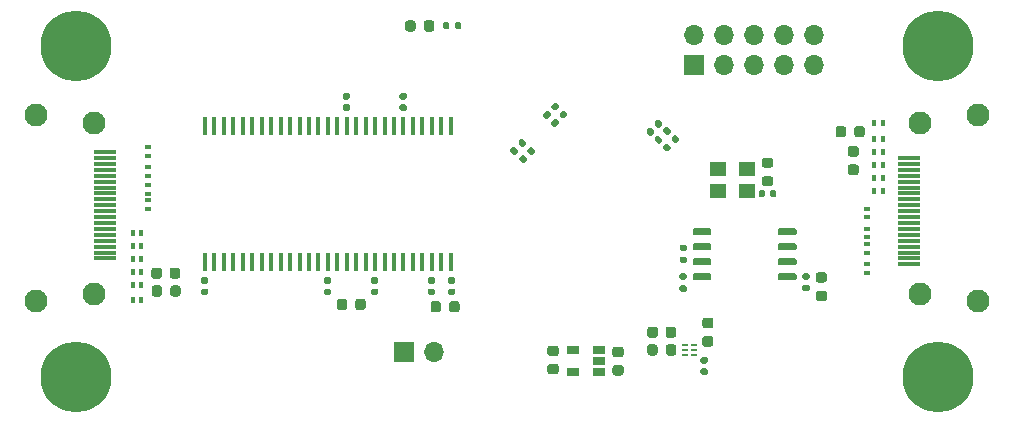
<source format=gbr>
%TF.GenerationSoftware,KiCad,Pcbnew,(5.1.10)-1*%
%TF.CreationDate,2021-07-15T21:59:59+02:00*%
%TF.ProjectId,PCB,5043422e-6b69-4636-9164-5f7063625858,rev?*%
%TF.SameCoordinates,Original*%
%TF.FileFunction,Soldermask,Bot*%
%TF.FilePolarity,Negative*%
%FSLAX46Y46*%
G04 Gerber Fmt 4.6, Leading zero omitted, Abs format (unit mm)*
G04 Created by KiCad (PCBNEW (5.1.10)-1) date 2021-07-15 21:59:59*
%MOMM*%
%LPD*%
G01*
G04 APERTURE LIST*
%ADD10C,6.000000*%
%ADD11R,0.458000X1.510000*%
%ADD12O,1.700000X1.700000*%
%ADD13R,1.700000X1.700000*%
%ADD14R,1.400000X1.200000*%
%ADD15R,0.300000X0.550000*%
%ADD16R,0.550000X0.300000*%
%ADD17R,1.900000X0.300000*%
%ADD18C,1.950000*%
%ADD19R,0.530000X0.280000*%
%ADD20R,1.060000X0.650000*%
G04 APERTURE END LIST*
D10*
%TO.C,REF\u002A\u002A*%
X108000000Y-118950000D03*
%TD*%
%TO.C,REF\u002A\u002A*%
X181000000Y-118950000D03*
%TD*%
%TO.C,REF\u002A\u002A*%
X181000000Y-90950000D03*
%TD*%
%TO.C,REF\u002A\u002A*%
X108000000Y-90950000D03*
%TD*%
D11*
%TO.C,U1*%
X139730000Y-97750000D03*
X138930000Y-97750000D03*
X138130000Y-97750000D03*
X137330000Y-97750000D03*
X136530000Y-97750000D03*
X135730000Y-97750000D03*
X134930000Y-97750000D03*
X134130000Y-97750000D03*
X133330000Y-97750000D03*
X132530000Y-97750000D03*
X131730000Y-97750000D03*
X130930000Y-97750000D03*
X130130000Y-97750000D03*
X129330000Y-97750000D03*
X128530000Y-97750000D03*
X127730000Y-97750000D03*
X126930000Y-97750000D03*
X126130000Y-97750000D03*
X125330000Y-97750000D03*
X124530000Y-97750000D03*
X123730000Y-97750000D03*
X122930000Y-97750000D03*
X122130000Y-97750000D03*
X121330000Y-97750000D03*
X120530000Y-97750000D03*
X119730000Y-97750000D03*
X118930000Y-97750000D03*
X118930000Y-109250000D03*
X119730000Y-109250000D03*
X120530000Y-109250000D03*
X121330000Y-109250000D03*
X122130000Y-109250000D03*
X122930000Y-109250000D03*
X123730000Y-109250000D03*
X124530000Y-109250000D03*
X125330000Y-109250000D03*
X126130000Y-109250000D03*
X126930000Y-109250000D03*
X127730000Y-109250000D03*
X128530000Y-109250000D03*
X129330000Y-109250000D03*
X130130000Y-109250000D03*
X130930000Y-109250000D03*
X131730000Y-109250000D03*
X132530000Y-109250000D03*
X133330000Y-109250000D03*
X134130000Y-109250000D03*
X134930000Y-109250000D03*
X135730000Y-109250000D03*
X136530000Y-109250000D03*
X137330000Y-109250000D03*
X138130000Y-109250000D03*
X138930000Y-109250000D03*
X139730000Y-109250000D03*
%TD*%
D12*
%TO.C,J1*%
X170460000Y-90010000D03*
X170460000Y-92550000D03*
X167920000Y-90010000D03*
X167920000Y-92550000D03*
X165380000Y-90010000D03*
X165380000Y-92550000D03*
X162840000Y-90010000D03*
X162840000Y-92550000D03*
X160300000Y-90010000D03*
D13*
X160300000Y-92550000D03*
%TD*%
%TO.C,U5*%
G36*
G01*
X160210000Y-110665000D02*
X160210000Y-110365000D01*
G75*
G02*
X160360000Y-110215000I150000J0D01*
G01*
X161660000Y-110215000D01*
G75*
G02*
X161810000Y-110365000I0J-150000D01*
G01*
X161810000Y-110665000D01*
G75*
G02*
X161660000Y-110815000I-150000J0D01*
G01*
X160360000Y-110815000D01*
G75*
G02*
X160210000Y-110665000I0J150000D01*
G01*
G37*
G36*
G01*
X160210000Y-109395000D02*
X160210000Y-109095000D01*
G75*
G02*
X160360000Y-108945000I150000J0D01*
G01*
X161660000Y-108945000D01*
G75*
G02*
X161810000Y-109095000I0J-150000D01*
G01*
X161810000Y-109395000D01*
G75*
G02*
X161660000Y-109545000I-150000J0D01*
G01*
X160360000Y-109545000D01*
G75*
G02*
X160210000Y-109395000I0J150000D01*
G01*
G37*
G36*
G01*
X160210000Y-108125000D02*
X160210000Y-107825000D01*
G75*
G02*
X160360000Y-107675000I150000J0D01*
G01*
X161660000Y-107675000D01*
G75*
G02*
X161810000Y-107825000I0J-150000D01*
G01*
X161810000Y-108125000D01*
G75*
G02*
X161660000Y-108275000I-150000J0D01*
G01*
X160360000Y-108275000D01*
G75*
G02*
X160210000Y-108125000I0J150000D01*
G01*
G37*
G36*
G01*
X160210000Y-106855000D02*
X160210000Y-106555000D01*
G75*
G02*
X160360000Y-106405000I150000J0D01*
G01*
X161660000Y-106405000D01*
G75*
G02*
X161810000Y-106555000I0J-150000D01*
G01*
X161810000Y-106855000D01*
G75*
G02*
X161660000Y-107005000I-150000J0D01*
G01*
X160360000Y-107005000D01*
G75*
G02*
X160210000Y-106855000I0J150000D01*
G01*
G37*
G36*
G01*
X167410000Y-106855000D02*
X167410000Y-106555000D01*
G75*
G02*
X167560000Y-106405000I150000J0D01*
G01*
X168860000Y-106405000D01*
G75*
G02*
X169010000Y-106555000I0J-150000D01*
G01*
X169010000Y-106855000D01*
G75*
G02*
X168860000Y-107005000I-150000J0D01*
G01*
X167560000Y-107005000D01*
G75*
G02*
X167410000Y-106855000I0J150000D01*
G01*
G37*
G36*
G01*
X167410000Y-108125000D02*
X167410000Y-107825000D01*
G75*
G02*
X167560000Y-107675000I150000J0D01*
G01*
X168860000Y-107675000D01*
G75*
G02*
X169010000Y-107825000I0J-150000D01*
G01*
X169010000Y-108125000D01*
G75*
G02*
X168860000Y-108275000I-150000J0D01*
G01*
X167560000Y-108275000D01*
G75*
G02*
X167410000Y-108125000I0J150000D01*
G01*
G37*
G36*
G01*
X167410000Y-109395000D02*
X167410000Y-109095000D01*
G75*
G02*
X167560000Y-108945000I150000J0D01*
G01*
X168860000Y-108945000D01*
G75*
G02*
X169010000Y-109095000I0J-150000D01*
G01*
X169010000Y-109395000D01*
G75*
G02*
X168860000Y-109545000I-150000J0D01*
G01*
X167560000Y-109545000D01*
G75*
G02*
X167410000Y-109395000I0J150000D01*
G01*
G37*
G36*
G01*
X167410000Y-110665000D02*
X167410000Y-110365000D01*
G75*
G02*
X167560000Y-110215000I150000J0D01*
G01*
X168860000Y-110215000D01*
G75*
G02*
X169010000Y-110365000I0J-150000D01*
G01*
X169010000Y-110665000D01*
G75*
G02*
X168860000Y-110815000I-150000J0D01*
G01*
X167560000Y-110815000D01*
G75*
G02*
X167410000Y-110665000I0J150000D01*
G01*
G37*
%TD*%
%TO.C,R19*%
G36*
G01*
X139610000Y-89055000D02*
X139610000Y-89425000D01*
G75*
G02*
X139475000Y-89560000I-135000J0D01*
G01*
X139205000Y-89560000D01*
G75*
G02*
X139070000Y-89425000I0J135000D01*
G01*
X139070000Y-89055000D01*
G75*
G02*
X139205000Y-88920000I135000J0D01*
G01*
X139475000Y-88920000D01*
G75*
G02*
X139610000Y-89055000I0J-135000D01*
G01*
G37*
G36*
G01*
X140630000Y-89055000D02*
X140630000Y-89425000D01*
G75*
G02*
X140495000Y-89560000I-135000J0D01*
G01*
X140225000Y-89560000D01*
G75*
G02*
X140090000Y-89425000I0J135000D01*
G01*
X140090000Y-89055000D01*
G75*
G02*
X140225000Y-88920000I135000J0D01*
G01*
X140495000Y-88920000D01*
G75*
G02*
X140630000Y-89055000I0J-135000D01*
G01*
G37*
%TD*%
%TO.C,D30*%
G36*
G01*
X137460000Y-89526250D02*
X137460000Y-89013750D01*
G75*
G02*
X137678750Y-88795000I218750J0D01*
G01*
X138116250Y-88795000D01*
G75*
G02*
X138335000Y-89013750I0J-218750D01*
G01*
X138335000Y-89526250D01*
G75*
G02*
X138116250Y-89745000I-218750J0D01*
G01*
X137678750Y-89745000D01*
G75*
G02*
X137460000Y-89526250I0J218750D01*
G01*
G37*
G36*
G01*
X135885000Y-89526250D02*
X135885000Y-89013750D01*
G75*
G02*
X136103750Y-88795000I218750J0D01*
G01*
X136541250Y-88795000D01*
G75*
G02*
X136760000Y-89013750I0J-218750D01*
G01*
X136760000Y-89526250D01*
G75*
G02*
X136541250Y-89745000I-218750J0D01*
G01*
X136103750Y-89745000D01*
G75*
G02*
X135885000Y-89526250I0J218750D01*
G01*
G37*
%TD*%
%TO.C,R18*%
G36*
G01*
X159585000Y-110760000D02*
X159215000Y-110760000D01*
G75*
G02*
X159080000Y-110625000I0J135000D01*
G01*
X159080000Y-110355000D01*
G75*
G02*
X159215000Y-110220000I135000J0D01*
G01*
X159585000Y-110220000D01*
G75*
G02*
X159720000Y-110355000I0J-135000D01*
G01*
X159720000Y-110625000D01*
G75*
G02*
X159585000Y-110760000I-135000J0D01*
G01*
G37*
G36*
G01*
X159585000Y-111780000D02*
X159215000Y-111780000D01*
G75*
G02*
X159080000Y-111645000I0J135000D01*
G01*
X159080000Y-111375000D01*
G75*
G02*
X159215000Y-111240000I135000J0D01*
G01*
X159585000Y-111240000D01*
G75*
G02*
X159720000Y-111375000I0J-135000D01*
G01*
X159720000Y-111645000D01*
G75*
G02*
X159585000Y-111780000I-135000J0D01*
G01*
G37*
%TD*%
%TO.C,R4*%
G36*
G01*
X159615000Y-108320000D02*
X159245000Y-108320000D01*
G75*
G02*
X159110000Y-108185000I0J135000D01*
G01*
X159110000Y-107915000D01*
G75*
G02*
X159245000Y-107780000I135000J0D01*
G01*
X159615000Y-107780000D01*
G75*
G02*
X159750000Y-107915000I0J-135000D01*
G01*
X159750000Y-108185000D01*
G75*
G02*
X159615000Y-108320000I-135000J0D01*
G01*
G37*
G36*
G01*
X159615000Y-109340000D02*
X159245000Y-109340000D01*
G75*
G02*
X159110000Y-109205000I0J135000D01*
G01*
X159110000Y-108935000D01*
G75*
G02*
X159245000Y-108800000I135000J0D01*
G01*
X159615000Y-108800000D01*
G75*
G02*
X159750000Y-108935000I0J-135000D01*
G01*
X159750000Y-109205000D01*
G75*
G02*
X159615000Y-109340000I-135000J0D01*
G01*
G37*
%TD*%
%TO.C,FB12*%
G36*
G01*
X171366250Y-110990000D02*
X170853750Y-110990000D01*
G75*
G02*
X170635000Y-110771250I0J218750D01*
G01*
X170635000Y-110333750D01*
G75*
G02*
X170853750Y-110115000I218750J0D01*
G01*
X171366250Y-110115000D01*
G75*
G02*
X171585000Y-110333750I0J-218750D01*
G01*
X171585000Y-110771250D01*
G75*
G02*
X171366250Y-110990000I-218750J0D01*
G01*
G37*
G36*
G01*
X171366250Y-112565000D02*
X170853750Y-112565000D01*
G75*
G02*
X170635000Y-112346250I0J218750D01*
G01*
X170635000Y-111908750D01*
G75*
G02*
X170853750Y-111690000I218750J0D01*
G01*
X171366250Y-111690000D01*
G75*
G02*
X171585000Y-111908750I0J-218750D01*
G01*
X171585000Y-112346250D01*
G75*
G02*
X171366250Y-112565000I-218750J0D01*
G01*
G37*
%TD*%
%TO.C,C2*%
G36*
G01*
X169640000Y-111170000D02*
X169980000Y-111170000D01*
G75*
G02*
X170120000Y-111310000I0J-140000D01*
G01*
X170120000Y-111590000D01*
G75*
G02*
X169980000Y-111730000I-140000J0D01*
G01*
X169640000Y-111730000D01*
G75*
G02*
X169500000Y-111590000I0J140000D01*
G01*
X169500000Y-111310000D01*
G75*
G02*
X169640000Y-111170000I140000J0D01*
G01*
G37*
G36*
G01*
X169640000Y-110210000D02*
X169980000Y-110210000D01*
G75*
G02*
X170120000Y-110350000I0J-140000D01*
G01*
X170120000Y-110630000D01*
G75*
G02*
X169980000Y-110770000I-140000J0D01*
G01*
X169640000Y-110770000D01*
G75*
G02*
X169500000Y-110630000I0J140000D01*
G01*
X169500000Y-110350000D01*
G75*
G02*
X169640000Y-110210000I140000J0D01*
G01*
G37*
%TD*%
D14*
%TO.C,X1*%
X164798269Y-101349275D03*
X162398269Y-101349275D03*
X162398269Y-103249275D03*
X164798269Y-103249275D03*
%TD*%
%TO.C,FB11*%
G36*
G01*
X173900000Y-98476250D02*
X173900000Y-97963750D01*
G75*
G02*
X174118750Y-97745000I218750J0D01*
G01*
X174556250Y-97745000D01*
G75*
G02*
X174775000Y-97963750I0J-218750D01*
G01*
X174775000Y-98476250D01*
G75*
G02*
X174556250Y-98695000I-218750J0D01*
G01*
X174118750Y-98695000D01*
G75*
G02*
X173900000Y-98476250I0J218750D01*
G01*
G37*
G36*
G01*
X172325000Y-98476250D02*
X172325000Y-97963750D01*
G75*
G02*
X172543750Y-97745000I218750J0D01*
G01*
X172981250Y-97745000D01*
G75*
G02*
X173200000Y-97963750I0J-218750D01*
G01*
X173200000Y-98476250D01*
G75*
G02*
X172981250Y-98695000I-218750J0D01*
G01*
X172543750Y-98695000D01*
G75*
G02*
X172325000Y-98476250I0J218750D01*
G01*
G37*
%TD*%
%TO.C,FB10*%
G36*
G01*
X115290000Y-111453750D02*
X115290000Y-111966250D01*
G75*
G02*
X115071250Y-112185000I-218750J0D01*
G01*
X114633750Y-112185000D01*
G75*
G02*
X114415000Y-111966250I0J218750D01*
G01*
X114415000Y-111453750D01*
G75*
G02*
X114633750Y-111235000I218750J0D01*
G01*
X115071250Y-111235000D01*
G75*
G02*
X115290000Y-111453750I0J-218750D01*
G01*
G37*
G36*
G01*
X116865000Y-111453750D02*
X116865000Y-111966250D01*
G75*
G02*
X116646250Y-112185000I-218750J0D01*
G01*
X116208750Y-112185000D01*
G75*
G02*
X115990000Y-111966250I0J218750D01*
G01*
X115990000Y-111453750D01*
G75*
G02*
X116208750Y-111235000I218750J0D01*
G01*
X116646250Y-111235000D01*
G75*
G02*
X116865000Y-111453750I0J-218750D01*
G01*
G37*
%TD*%
%TO.C,FB9*%
G36*
G01*
X166294899Y-101981766D02*
X166807399Y-101981766D01*
G75*
G02*
X167026149Y-102200516I0J-218750D01*
G01*
X167026149Y-102638016D01*
G75*
G02*
X166807399Y-102856766I-218750J0D01*
G01*
X166294899Y-102856766D01*
G75*
G02*
X166076149Y-102638016I0J218750D01*
G01*
X166076149Y-102200516D01*
G75*
G02*
X166294899Y-101981766I218750J0D01*
G01*
G37*
G36*
G01*
X166294899Y-100406766D02*
X166807399Y-100406766D01*
G75*
G02*
X167026149Y-100625516I0J-218750D01*
G01*
X167026149Y-101063016D01*
G75*
G02*
X166807399Y-101281766I-218750J0D01*
G01*
X166294899Y-101281766D01*
G75*
G02*
X166076149Y-101063016I0J218750D01*
G01*
X166076149Y-100625516D01*
G75*
G02*
X166294899Y-100406766I218750J0D01*
G01*
G37*
%TD*%
%TO.C,FB8*%
G36*
G01*
X157250000Y-116443750D02*
X157250000Y-116956250D01*
G75*
G02*
X157031250Y-117175000I-218750J0D01*
G01*
X156593750Y-117175000D01*
G75*
G02*
X156375000Y-116956250I0J218750D01*
G01*
X156375000Y-116443750D01*
G75*
G02*
X156593750Y-116225000I218750J0D01*
G01*
X157031250Y-116225000D01*
G75*
G02*
X157250000Y-116443750I0J-218750D01*
G01*
G37*
G36*
G01*
X158825000Y-116443750D02*
X158825000Y-116956250D01*
G75*
G02*
X158606250Y-117175000I-218750J0D01*
G01*
X158168750Y-117175000D01*
G75*
G02*
X157950000Y-116956250I0J218750D01*
G01*
X157950000Y-116443750D01*
G75*
G02*
X158168750Y-116225000I218750J0D01*
G01*
X158606250Y-116225000D01*
G75*
G02*
X158825000Y-116443750I0J-218750D01*
G01*
G37*
%TD*%
%TO.C,FB2*%
G36*
G01*
X131650000Y-113106250D02*
X131650000Y-112593750D01*
G75*
G02*
X131868750Y-112375000I218750J0D01*
G01*
X132306250Y-112375000D01*
G75*
G02*
X132525000Y-112593750I0J-218750D01*
G01*
X132525000Y-113106250D01*
G75*
G02*
X132306250Y-113325000I-218750J0D01*
G01*
X131868750Y-113325000D01*
G75*
G02*
X131650000Y-113106250I0J218750D01*
G01*
G37*
G36*
G01*
X130075000Y-113106250D02*
X130075000Y-112593750D01*
G75*
G02*
X130293750Y-112375000I218750J0D01*
G01*
X130731250Y-112375000D01*
G75*
G02*
X130950000Y-112593750I0J-218750D01*
G01*
X130950000Y-113106250D01*
G75*
G02*
X130731250Y-113325000I-218750J0D01*
G01*
X130293750Y-113325000D01*
G75*
G02*
X130075000Y-113106250I0J218750D01*
G01*
G37*
%TD*%
%TO.C,FB1*%
G36*
G01*
X139600000Y-113306250D02*
X139600000Y-112793750D01*
G75*
G02*
X139818750Y-112575000I218750J0D01*
G01*
X140256250Y-112575000D01*
G75*
G02*
X140475000Y-112793750I0J-218750D01*
G01*
X140475000Y-113306250D01*
G75*
G02*
X140256250Y-113525000I-218750J0D01*
G01*
X139818750Y-113525000D01*
G75*
G02*
X139600000Y-113306250I0J218750D01*
G01*
G37*
G36*
G01*
X138025000Y-113306250D02*
X138025000Y-112793750D01*
G75*
G02*
X138243750Y-112575000I218750J0D01*
G01*
X138681250Y-112575000D01*
G75*
G02*
X138900000Y-112793750I0J-218750D01*
G01*
X138900000Y-113306250D01*
G75*
G02*
X138681250Y-113525000I-218750J0D01*
G01*
X138243750Y-113525000D01*
G75*
G02*
X138025000Y-113306250I0J218750D01*
G01*
G37*
%TD*%
%TO.C,C1*%
G36*
G01*
X115275000Y-109950000D02*
X115275000Y-110450000D01*
G75*
G02*
X115050000Y-110675000I-225000J0D01*
G01*
X114600000Y-110675000D01*
G75*
G02*
X114375000Y-110450000I0J225000D01*
G01*
X114375000Y-109950000D01*
G75*
G02*
X114600000Y-109725000I225000J0D01*
G01*
X115050000Y-109725000D01*
G75*
G02*
X115275000Y-109950000I0J-225000D01*
G01*
G37*
G36*
G01*
X116825000Y-109950000D02*
X116825000Y-110450000D01*
G75*
G02*
X116600000Y-110675000I-225000J0D01*
G01*
X116150000Y-110675000D01*
G75*
G02*
X115925000Y-110450000I0J225000D01*
G01*
X115925000Y-109950000D01*
G75*
G02*
X116150000Y-109725000I225000J0D01*
G01*
X116600000Y-109725000D01*
G75*
G02*
X116825000Y-109950000I0J-225000D01*
G01*
G37*
%TD*%
%TO.C,C35*%
G36*
G01*
X166751148Y-103640245D02*
X166751148Y-103300245D01*
G75*
G02*
X166891148Y-103160245I140000J0D01*
G01*
X167171148Y-103160245D01*
G75*
G02*
X167311148Y-103300245I0J-140000D01*
G01*
X167311148Y-103640245D01*
G75*
G02*
X167171148Y-103780245I-140000J0D01*
G01*
X166891148Y-103780245D01*
G75*
G02*
X166751148Y-103640245I0J140000D01*
G01*
G37*
G36*
G01*
X165791148Y-103640245D02*
X165791148Y-103300245D01*
G75*
G02*
X165931148Y-103160245I140000J0D01*
G01*
X166211148Y-103160245D01*
G75*
G02*
X166351148Y-103300245I0J-140000D01*
G01*
X166351148Y-103640245D01*
G75*
G02*
X166211148Y-103780245I-140000J0D01*
G01*
X165931148Y-103780245D01*
G75*
G02*
X165791148Y-103640245I0J140000D01*
G01*
G37*
%TD*%
%TO.C,C29*%
G36*
G01*
X173560000Y-100995000D02*
X174060000Y-100995000D01*
G75*
G02*
X174285000Y-101220000I0J-225000D01*
G01*
X174285000Y-101670000D01*
G75*
G02*
X174060000Y-101895000I-225000J0D01*
G01*
X173560000Y-101895000D01*
G75*
G02*
X173335000Y-101670000I0J225000D01*
G01*
X173335000Y-101220000D01*
G75*
G02*
X173560000Y-100995000I225000J0D01*
G01*
G37*
G36*
G01*
X173560000Y-99445000D02*
X174060000Y-99445000D01*
G75*
G02*
X174285000Y-99670000I0J-225000D01*
G01*
X174285000Y-100120000D01*
G75*
G02*
X174060000Y-100345000I-225000J0D01*
G01*
X173560000Y-100345000D01*
G75*
G02*
X173335000Y-100120000I0J225000D01*
G01*
X173335000Y-99670000D01*
G75*
G02*
X173560000Y-99445000I225000J0D01*
G01*
G37*
%TD*%
%TO.C,C28*%
G36*
G01*
X161750000Y-114875000D02*
X161250000Y-114875000D01*
G75*
G02*
X161025000Y-114650000I0J225000D01*
G01*
X161025000Y-114200000D01*
G75*
G02*
X161250000Y-113975000I225000J0D01*
G01*
X161750000Y-113975000D01*
G75*
G02*
X161975000Y-114200000I0J-225000D01*
G01*
X161975000Y-114650000D01*
G75*
G02*
X161750000Y-114875000I-225000J0D01*
G01*
G37*
G36*
G01*
X161750000Y-116425000D02*
X161250000Y-116425000D01*
G75*
G02*
X161025000Y-116200000I0J225000D01*
G01*
X161025000Y-115750000D01*
G75*
G02*
X161250000Y-115525000I225000J0D01*
G01*
X161750000Y-115525000D01*
G75*
G02*
X161975000Y-115750000I0J-225000D01*
G01*
X161975000Y-116200000D01*
G75*
G02*
X161750000Y-116425000I-225000J0D01*
G01*
G37*
%TD*%
%TO.C,C26*%
G36*
G01*
X157275000Y-114950000D02*
X157275000Y-115450000D01*
G75*
G02*
X157050000Y-115675000I-225000J0D01*
G01*
X156600000Y-115675000D01*
G75*
G02*
X156375000Y-115450000I0J225000D01*
G01*
X156375000Y-114950000D01*
G75*
G02*
X156600000Y-114725000I225000J0D01*
G01*
X157050000Y-114725000D01*
G75*
G02*
X157275000Y-114950000I0J-225000D01*
G01*
G37*
G36*
G01*
X158825000Y-114950000D02*
X158825000Y-115450000D01*
G75*
G02*
X158600000Y-115675000I-225000J0D01*
G01*
X158150000Y-115675000D01*
G75*
G02*
X157925000Y-115450000I0J225000D01*
G01*
X157925000Y-114950000D01*
G75*
G02*
X158150000Y-114725000I225000J0D01*
G01*
X158600000Y-114725000D01*
G75*
G02*
X158825000Y-114950000I0J-225000D01*
G01*
G37*
%TD*%
%TO.C,C25*%
G36*
G01*
X148150000Y-117875000D02*
X148650000Y-117875000D01*
G75*
G02*
X148875000Y-118100000I0J-225000D01*
G01*
X148875000Y-118550000D01*
G75*
G02*
X148650000Y-118775000I-225000J0D01*
G01*
X148150000Y-118775000D01*
G75*
G02*
X147925000Y-118550000I0J225000D01*
G01*
X147925000Y-118100000D01*
G75*
G02*
X148150000Y-117875000I225000J0D01*
G01*
G37*
G36*
G01*
X148150000Y-116325000D02*
X148650000Y-116325000D01*
G75*
G02*
X148875000Y-116550000I0J-225000D01*
G01*
X148875000Y-117000000D01*
G75*
G02*
X148650000Y-117225000I-225000J0D01*
G01*
X148150000Y-117225000D01*
G75*
G02*
X147925000Y-117000000I0J225000D01*
G01*
X147925000Y-116550000D01*
G75*
G02*
X148150000Y-116325000I225000J0D01*
G01*
G37*
%TD*%
%TO.C,C24*%
G36*
G01*
X153650000Y-117975000D02*
X154150000Y-117975000D01*
G75*
G02*
X154375000Y-118200000I0J-225000D01*
G01*
X154375000Y-118650000D01*
G75*
G02*
X154150000Y-118875000I-225000J0D01*
G01*
X153650000Y-118875000D01*
G75*
G02*
X153425000Y-118650000I0J225000D01*
G01*
X153425000Y-118200000D01*
G75*
G02*
X153650000Y-117975000I225000J0D01*
G01*
G37*
G36*
G01*
X153650000Y-116425000D02*
X154150000Y-116425000D01*
G75*
G02*
X154375000Y-116650000I0J-225000D01*
G01*
X154375000Y-117100000D01*
G75*
G02*
X154150000Y-117325000I-225000J0D01*
G01*
X153650000Y-117325000D01*
G75*
G02*
X153425000Y-117100000I0J225000D01*
G01*
X153425000Y-116650000D01*
G75*
G02*
X153650000Y-116425000I225000J0D01*
G01*
G37*
%TD*%
%TO.C,R2*%
G36*
G01*
X158688520Y-99169909D02*
X158426891Y-98908280D01*
G75*
G02*
X158426891Y-98717362I95459J95459D01*
G01*
X158617810Y-98526443D01*
G75*
G02*
X158808728Y-98526443I95459J-95459D01*
G01*
X159070357Y-98788072D01*
G75*
G02*
X159070357Y-98978990I-95459J-95459D01*
G01*
X158879438Y-99169909D01*
G75*
G02*
X158688520Y-99169909I-95459J95459D01*
G01*
G37*
G36*
G01*
X157967272Y-99891157D02*
X157705643Y-99629528D01*
G75*
G02*
X157705643Y-99438610I95459J95459D01*
G01*
X157896562Y-99247691D01*
G75*
G02*
X158087480Y-99247691I95459J-95459D01*
G01*
X158349109Y-99509320D01*
G75*
G02*
X158349109Y-99700238I-95459J-95459D01*
G01*
X158158190Y-99891157D01*
G75*
G02*
X157967272Y-99891157I-95459J95459D01*
G01*
G37*
%TD*%
%TO.C,R1*%
G36*
G01*
X157376280Y-98587291D02*
X157637909Y-98848920D01*
G75*
G02*
X157637909Y-99039838I-95459J-95459D01*
G01*
X157446990Y-99230757D01*
G75*
G02*
X157256072Y-99230757I-95459J95459D01*
G01*
X156994443Y-98969128D01*
G75*
G02*
X156994443Y-98778210I95459J95459D01*
G01*
X157185362Y-98587291D01*
G75*
G02*
X157376280Y-98587291I95459J-95459D01*
G01*
G37*
G36*
G01*
X158097528Y-97866043D02*
X158359157Y-98127672D01*
G75*
G02*
X158359157Y-98318590I-95459J-95459D01*
G01*
X158168238Y-98509509D01*
G75*
G02*
X157977320Y-98509509I-95459J95459D01*
G01*
X157715691Y-98247880D01*
G75*
G02*
X157715691Y-98056962I95459J95459D01*
G01*
X157906610Y-97866043D01*
G75*
G02*
X158097528Y-97866043I95459J-95459D01*
G01*
G37*
%TD*%
%TO.C,C34*%
G36*
G01*
X133130000Y-111500000D02*
X133470000Y-111500000D01*
G75*
G02*
X133610000Y-111640000I0J-140000D01*
G01*
X133610000Y-111920000D01*
G75*
G02*
X133470000Y-112060000I-140000J0D01*
G01*
X133130000Y-112060000D01*
G75*
G02*
X132990000Y-111920000I0J140000D01*
G01*
X132990000Y-111640000D01*
G75*
G02*
X133130000Y-111500000I140000J0D01*
G01*
G37*
G36*
G01*
X133130000Y-110540000D02*
X133470000Y-110540000D01*
G75*
G02*
X133610000Y-110680000I0J-140000D01*
G01*
X133610000Y-110960000D01*
G75*
G02*
X133470000Y-111100000I-140000J0D01*
G01*
X133130000Y-111100000D01*
G75*
G02*
X132990000Y-110960000I0J140000D01*
G01*
X132990000Y-110680000D01*
G75*
G02*
X133130000Y-110540000I140000J0D01*
G01*
G37*
%TD*%
%TO.C,C33*%
G36*
G01*
X137930000Y-111500000D02*
X138270000Y-111500000D01*
G75*
G02*
X138410000Y-111640000I0J-140000D01*
G01*
X138410000Y-111920000D01*
G75*
G02*
X138270000Y-112060000I-140000J0D01*
G01*
X137930000Y-112060000D01*
G75*
G02*
X137790000Y-111920000I0J140000D01*
G01*
X137790000Y-111640000D01*
G75*
G02*
X137930000Y-111500000I140000J0D01*
G01*
G37*
G36*
G01*
X137930000Y-110540000D02*
X138270000Y-110540000D01*
G75*
G02*
X138410000Y-110680000I0J-140000D01*
G01*
X138410000Y-110960000D01*
G75*
G02*
X138270000Y-111100000I-140000J0D01*
G01*
X137930000Y-111100000D01*
G75*
G02*
X137790000Y-110960000I0J140000D01*
G01*
X137790000Y-110680000D01*
G75*
G02*
X137930000Y-110540000I140000J0D01*
G01*
G37*
%TD*%
%TO.C,C32*%
G36*
G01*
X131070000Y-95500000D02*
X130730000Y-95500000D01*
G75*
G02*
X130590000Y-95360000I0J140000D01*
G01*
X130590000Y-95080000D01*
G75*
G02*
X130730000Y-94940000I140000J0D01*
G01*
X131070000Y-94940000D01*
G75*
G02*
X131210000Y-95080000I0J-140000D01*
G01*
X131210000Y-95360000D01*
G75*
G02*
X131070000Y-95500000I-140000J0D01*
G01*
G37*
G36*
G01*
X131070000Y-96460000D02*
X130730000Y-96460000D01*
G75*
G02*
X130590000Y-96320000I0J140000D01*
G01*
X130590000Y-96040000D01*
G75*
G02*
X130730000Y-95900000I140000J0D01*
G01*
X131070000Y-95900000D01*
G75*
G02*
X131210000Y-96040000I0J-140000D01*
G01*
X131210000Y-96320000D01*
G75*
G02*
X131070000Y-96460000I-140000J0D01*
G01*
G37*
%TD*%
%TO.C,C31*%
G36*
G01*
X135870000Y-95500000D02*
X135530000Y-95500000D01*
G75*
G02*
X135390000Y-95360000I0J140000D01*
G01*
X135390000Y-95080000D01*
G75*
G02*
X135530000Y-94940000I140000J0D01*
G01*
X135870000Y-94940000D01*
G75*
G02*
X136010000Y-95080000I0J-140000D01*
G01*
X136010000Y-95360000D01*
G75*
G02*
X135870000Y-95500000I-140000J0D01*
G01*
G37*
G36*
G01*
X135870000Y-96460000D02*
X135530000Y-96460000D01*
G75*
G02*
X135390000Y-96320000I0J140000D01*
G01*
X135390000Y-96040000D01*
G75*
G02*
X135530000Y-95900000I140000J0D01*
G01*
X135870000Y-95900000D01*
G75*
G02*
X136010000Y-96040000I0J-140000D01*
G01*
X136010000Y-96320000D01*
G75*
G02*
X135870000Y-96460000I-140000J0D01*
G01*
G37*
%TD*%
%TO.C,C30*%
G36*
G01*
X139630000Y-111500000D02*
X139970000Y-111500000D01*
G75*
G02*
X140110000Y-111640000I0J-140000D01*
G01*
X140110000Y-111920000D01*
G75*
G02*
X139970000Y-112060000I-140000J0D01*
G01*
X139630000Y-112060000D01*
G75*
G02*
X139490000Y-111920000I0J140000D01*
G01*
X139490000Y-111640000D01*
G75*
G02*
X139630000Y-111500000I140000J0D01*
G01*
G37*
G36*
G01*
X139630000Y-110540000D02*
X139970000Y-110540000D01*
G75*
G02*
X140110000Y-110680000I0J-140000D01*
G01*
X140110000Y-110960000D01*
G75*
G02*
X139970000Y-111100000I-140000J0D01*
G01*
X139630000Y-111100000D01*
G75*
G02*
X139490000Y-110960000I0J140000D01*
G01*
X139490000Y-110680000D01*
G75*
G02*
X139630000Y-110540000I140000J0D01*
G01*
G37*
%TD*%
%TO.C,C27*%
G36*
G01*
X161012000Y-118255600D02*
X161352000Y-118255600D01*
G75*
G02*
X161492000Y-118395600I0J-140000D01*
G01*
X161492000Y-118675600D01*
G75*
G02*
X161352000Y-118815600I-140000J0D01*
G01*
X161012000Y-118815600D01*
G75*
G02*
X160872000Y-118675600I0J140000D01*
G01*
X160872000Y-118395600D01*
G75*
G02*
X161012000Y-118255600I140000J0D01*
G01*
G37*
G36*
G01*
X161012000Y-117295600D02*
X161352000Y-117295600D01*
G75*
G02*
X161492000Y-117435600I0J-140000D01*
G01*
X161492000Y-117715600D01*
G75*
G02*
X161352000Y-117855600I-140000J0D01*
G01*
X161012000Y-117855600D01*
G75*
G02*
X160872000Y-117715600I0J140000D01*
G01*
X160872000Y-117435600D01*
G75*
G02*
X161012000Y-117295600I140000J0D01*
G01*
G37*
%TD*%
%TO.C,C21*%
G36*
G01*
X118730000Y-111500000D02*
X119070000Y-111500000D01*
G75*
G02*
X119210000Y-111640000I0J-140000D01*
G01*
X119210000Y-111920000D01*
G75*
G02*
X119070000Y-112060000I-140000J0D01*
G01*
X118730000Y-112060000D01*
G75*
G02*
X118590000Y-111920000I0J140000D01*
G01*
X118590000Y-111640000D01*
G75*
G02*
X118730000Y-111500000I140000J0D01*
G01*
G37*
G36*
G01*
X118730000Y-110540000D02*
X119070000Y-110540000D01*
G75*
G02*
X119210000Y-110680000I0J-140000D01*
G01*
X119210000Y-110960000D01*
G75*
G02*
X119070000Y-111100000I-140000J0D01*
G01*
X118730000Y-111100000D01*
G75*
G02*
X118590000Y-110960000I0J140000D01*
G01*
X118590000Y-110680000D01*
G75*
G02*
X118730000Y-110540000I140000J0D01*
G01*
G37*
%TD*%
%TO.C,C18*%
G36*
G01*
X129130000Y-111500000D02*
X129470000Y-111500000D01*
G75*
G02*
X129610000Y-111640000I0J-140000D01*
G01*
X129610000Y-111920000D01*
G75*
G02*
X129470000Y-112060000I-140000J0D01*
G01*
X129130000Y-112060000D01*
G75*
G02*
X128990000Y-111920000I0J140000D01*
G01*
X128990000Y-111640000D01*
G75*
G02*
X129130000Y-111500000I140000J0D01*
G01*
G37*
G36*
G01*
X129130000Y-110540000D02*
X129470000Y-110540000D01*
G75*
G02*
X129610000Y-110680000I0J-140000D01*
G01*
X129610000Y-110960000D01*
G75*
G02*
X129470000Y-111100000I-140000J0D01*
G01*
X129130000Y-111100000D01*
G75*
G02*
X128990000Y-110960000I0J140000D01*
G01*
X128990000Y-110680000D01*
G75*
G02*
X129130000Y-110540000I140000J0D01*
G01*
G37*
%TD*%
%TO.C,C16*%
G36*
G01*
X148234817Y-97398025D02*
X148475233Y-97157609D01*
G75*
G02*
X148673223Y-97157609I98995J-98995D01*
G01*
X148871213Y-97355599D01*
G75*
G02*
X148871213Y-97553589I-98995J-98995D01*
G01*
X148630797Y-97794005D01*
G75*
G02*
X148432807Y-97794005I-98995J98995D01*
G01*
X148234817Y-97596015D01*
G75*
G02*
X148234817Y-97398025I98995J98995D01*
G01*
G37*
G36*
G01*
X147555995Y-96719203D02*
X147796411Y-96478787D01*
G75*
G02*
X147994401Y-96478787I98995J-98995D01*
G01*
X148192391Y-96676777D01*
G75*
G02*
X148192391Y-96874767I-98995J-98995D01*
G01*
X147951975Y-97115183D01*
G75*
G02*
X147753985Y-97115183I-98995J98995D01*
G01*
X147555995Y-96917193D01*
G75*
G02*
X147555995Y-96719203I98995J98995D01*
G01*
G37*
%TD*%
%TO.C,C11*%
G36*
G01*
X148941924Y-96690918D02*
X149182340Y-96450502D01*
G75*
G02*
X149380330Y-96450502I98995J-98995D01*
G01*
X149578320Y-96648492D01*
G75*
G02*
X149578320Y-96846482I-98995J-98995D01*
G01*
X149337904Y-97086898D01*
G75*
G02*
X149139914Y-97086898I-98995J98995D01*
G01*
X148941924Y-96888908D01*
G75*
G02*
X148941924Y-96690918I98995J98995D01*
G01*
G37*
G36*
G01*
X148263102Y-96012096D02*
X148503518Y-95771680D01*
G75*
G02*
X148701508Y-95771680I98995J-98995D01*
G01*
X148899498Y-95969670D01*
G75*
G02*
X148899498Y-96167660I-98995J-98995D01*
G01*
X148659082Y-96408076D01*
G75*
G02*
X148461092Y-96408076I-98995J98995D01*
G01*
X148263102Y-96210086D01*
G75*
G02*
X148263102Y-96012096I98995J98995D01*
G01*
G37*
%TD*%
%TO.C,C9*%
G36*
G01*
X145188371Y-99521213D02*
X145428787Y-99761629D01*
G75*
G02*
X145428787Y-99959619I-98995J-98995D01*
G01*
X145230797Y-100157609D01*
G75*
G02*
X145032807Y-100157609I-98995J98995D01*
G01*
X144792391Y-99917193D01*
G75*
G02*
X144792391Y-99719203I98995J98995D01*
G01*
X144990381Y-99521213D01*
G75*
G02*
X145188371Y-99521213I98995J-98995D01*
G01*
G37*
G36*
G01*
X145867193Y-98842391D02*
X146107609Y-99082807D01*
G75*
G02*
X146107609Y-99280797I-98995J-98995D01*
G01*
X145909619Y-99478787D01*
G75*
G02*
X145711629Y-99478787I-98995J98995D01*
G01*
X145471213Y-99238371D01*
G75*
G02*
X145471213Y-99040381I98995J98995D01*
G01*
X145669203Y-98842391D01*
G75*
G02*
X145867193Y-98842391I98995J-98995D01*
G01*
G37*
%TD*%
%TO.C,C7*%
G36*
G01*
X157227229Y-97866787D02*
X156986813Y-97626371D01*
G75*
G02*
X156986813Y-97428381I98995J98995D01*
G01*
X157184803Y-97230391D01*
G75*
G02*
X157382793Y-97230391I98995J-98995D01*
G01*
X157623209Y-97470807D01*
G75*
G02*
X157623209Y-97668797I-98995J-98995D01*
G01*
X157425219Y-97866787D01*
G75*
G02*
X157227229Y-97866787I-98995J98995D01*
G01*
G37*
G36*
G01*
X156548407Y-98545609D02*
X156307991Y-98305193D01*
G75*
G02*
X156307991Y-98107203I98995J98995D01*
G01*
X156505981Y-97909213D01*
G75*
G02*
X156703971Y-97909213I98995J-98995D01*
G01*
X156944387Y-98149629D01*
G75*
G02*
X156944387Y-98347619I-98995J-98995D01*
G01*
X156746397Y-98545609D01*
G75*
G02*
X156548407Y-98545609I-98995J98995D01*
G01*
G37*
%TD*%
%TO.C,C5*%
G36*
G01*
X145938371Y-100221213D02*
X146178787Y-100461629D01*
G75*
G02*
X146178787Y-100659619I-98995J-98995D01*
G01*
X145980797Y-100857609D01*
G75*
G02*
X145782807Y-100857609I-98995J98995D01*
G01*
X145542391Y-100617193D01*
G75*
G02*
X145542391Y-100419203I98995J98995D01*
G01*
X145740381Y-100221213D01*
G75*
G02*
X145938371Y-100221213I98995J-98995D01*
G01*
G37*
G36*
G01*
X146617193Y-99542391D02*
X146857609Y-99782807D01*
G75*
G02*
X146857609Y-99980797I-98995J-98995D01*
G01*
X146659619Y-100178787D01*
G75*
G02*
X146461629Y-100178787I-98995J98995D01*
G01*
X146221213Y-99938371D01*
G75*
G02*
X146221213Y-99740381I98995J98995D01*
G01*
X146419203Y-99542391D01*
G75*
G02*
X146617193Y-99542391I98995J-98995D01*
G01*
G37*
%TD*%
D15*
%TO.C,D28*%
X175600000Y-98820000D03*
X176300000Y-98820000D03*
%TD*%
%TO.C,D29*%
X113490000Y-111210000D03*
X112790000Y-111210000D03*
%TD*%
%TO.C,D27*%
X175600000Y-97500000D03*
X176300000Y-97500000D03*
%TD*%
%TO.C,D26*%
X175600000Y-101020000D03*
X176300000Y-101020000D03*
%TD*%
%TO.C,D25*%
X175600000Y-103220000D03*
X176300000Y-103220000D03*
%TD*%
D16*
%TO.C,D23*%
X175000000Y-104750000D03*
X175000000Y-105450000D03*
%TD*%
%TO.C,D21*%
X175000000Y-107750000D03*
X175000000Y-108450000D03*
%TD*%
D15*
%TO.C,D20*%
X113490000Y-112450000D03*
X112790000Y-112450000D03*
%TD*%
%TO.C,D19*%
X113490000Y-109010000D03*
X112790000Y-109010000D03*
%TD*%
%TO.C,D18*%
X113490000Y-106810000D03*
X112790000Y-106810000D03*
%TD*%
%TO.C,D17*%
X175600000Y-102120000D03*
X176300000Y-102120000D03*
%TD*%
%TO.C,D16*%
X175600000Y-99920000D03*
X176300000Y-99920000D03*
%TD*%
D16*
%TO.C,D14*%
X175000000Y-107150000D03*
X175000000Y-106450000D03*
%TD*%
%TO.C,D12*%
X114110000Y-104740000D03*
X114110000Y-104040000D03*
%TD*%
%TO.C,D10*%
X114100000Y-101950000D03*
X114100000Y-101250000D03*
%TD*%
%TO.C,D8*%
X174997000Y-110150000D03*
X174997000Y-109450000D03*
%TD*%
D15*
%TO.C,D7*%
X113490000Y-107910000D03*
X112790000Y-107910000D03*
%TD*%
%TO.C,D6*%
X113490000Y-110110000D03*
X112790000Y-110110000D03*
%TD*%
D16*
%TO.C,D4*%
X114110000Y-102770000D03*
X114110000Y-103470000D03*
%TD*%
%TO.C,D2*%
X114100000Y-99550000D03*
X114100000Y-100250000D03*
%TD*%
D17*
%TO.C,J4*%
X178500000Y-109450000D03*
X178500000Y-108950000D03*
X178500000Y-108450000D03*
X178500000Y-107950000D03*
X178500000Y-107450000D03*
X178500000Y-106950000D03*
X178500000Y-106450000D03*
X178500000Y-105950000D03*
X178500000Y-105450000D03*
X178500000Y-104950000D03*
X178500000Y-104450000D03*
X178500000Y-103950000D03*
X178500000Y-103450000D03*
X178500000Y-102950000D03*
X178500000Y-102450000D03*
X178500000Y-101950000D03*
X178500000Y-101450000D03*
X178500000Y-100950000D03*
X178500000Y-100450000D03*
D18*
X179500000Y-97450000D03*
X179500000Y-111950000D03*
X184400000Y-96850000D03*
X184400000Y-112550000D03*
%TD*%
%TO.C,J2*%
X104590000Y-96850000D03*
X104590000Y-112550000D03*
X109490000Y-97450000D03*
X109490000Y-111950000D03*
D17*
X110490000Y-108950000D03*
X110490000Y-108450000D03*
X110490000Y-107950000D03*
X110490000Y-107450000D03*
X110490000Y-106950000D03*
X110490000Y-106450000D03*
X110490000Y-105950000D03*
X110490000Y-105450000D03*
X110490000Y-104950000D03*
X110490000Y-104450000D03*
X110490000Y-103950000D03*
X110490000Y-103450000D03*
X110490000Y-102950000D03*
X110490000Y-102450000D03*
X110490000Y-101950000D03*
X110490000Y-101450000D03*
X110490000Y-100950000D03*
X110490000Y-100450000D03*
X110490000Y-99950000D03*
%TD*%
D19*
%TO.C,U4*%
X159564000Y-116300000D03*
X159564000Y-116700000D03*
X159564000Y-117100000D03*
X160300000Y-117100000D03*
X160300000Y-116700000D03*
X160300000Y-116300000D03*
%TD*%
D20*
%TO.C,U3*%
X150100000Y-116700000D03*
X150100000Y-118600000D03*
X152300000Y-118600000D03*
X152300000Y-117650000D03*
X152300000Y-116700000D03*
%TD*%
D12*
%TO.C,J3*%
X138340000Y-116900000D03*
D13*
X135800000Y-116900000D03*
%TD*%
M02*

</source>
